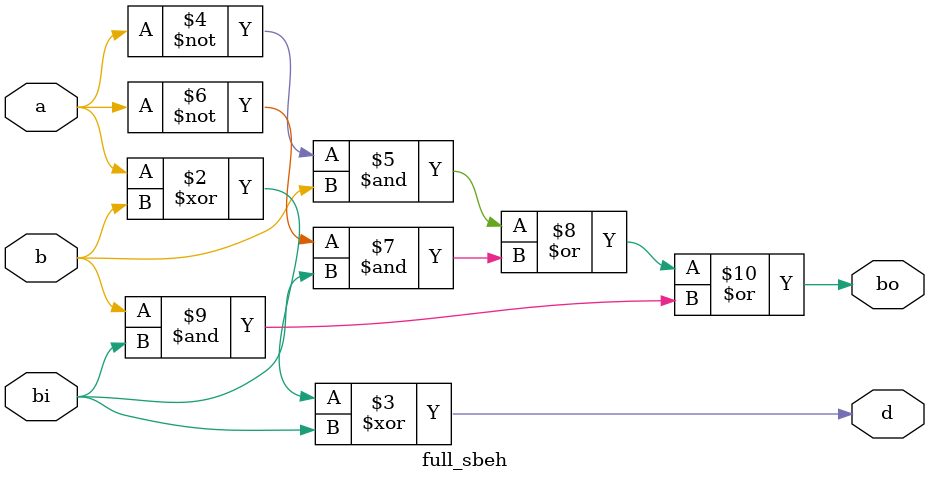
<source format=v>
module full_sbeh(
    input a , 
    input b ,
    input bi ,
    output reg bo ,
    output reg d
);

always @(*)begin
    d = a^b^bi;
    bo = ((~a)&b) | ((~a)&bi) | ((b)&bi);
end
endmodule
</source>
